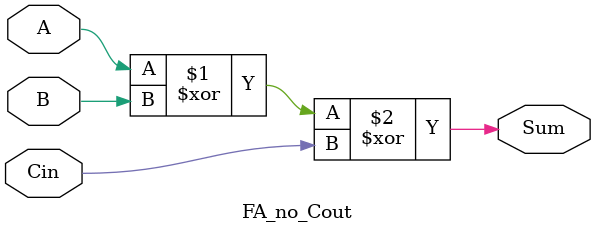
<source format=sv>
module fast_adder_4bits (
    input [3:0] A, B, 
    input Cin,
    output [3:0] Sum, Cout
);
    logic [3:0] p, g;
    logic c[3:0];
       
    assign p = A | B;
    assign g = A & B;

    //internal carry to use to calculate sums
    genvar i;
    generate
        for(i=0;i<4;i++)begin
            assign c[i] = g[i] | (p[i] & (i==0 ? Cin: c[i-1]));
        end
    endgenerate
    assign Cout = c[3];

    generate 
        for (i=0;i<4;i=i+1) begin
            FA_no_Cout fa_instant(
                .Cin(i==0? Cin : c[i-1]),
                .A(A[i]),
                .B(B[i]),
                .Sum(Sum[i])
            );
        end
    endgenerate
endmodule

module FA_no_Cout(
    input Cin, A, B,
    output Sum
);
    assign Sum = A ^ B ^ Cin;
endmodule
</source>
